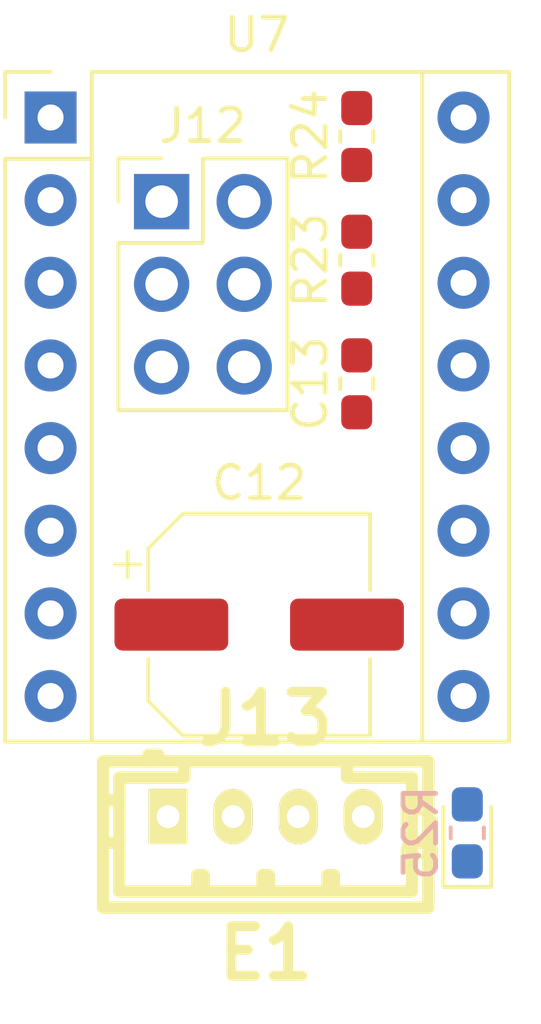
<source format=kicad_pcb>
(kicad_pcb (version 20171130) (host pcbnew 5.0.2-bee76a0~70~ubuntu18.04.1)

  (general
    (thickness 1.6)
    (drawings 0)
    (tracks 0)
    (zones 0)
    (modules 9)
    (nets 16)
  )

  (page A4)
  (layers
    (0 F.Cu signal)
    (31 B.Cu signal)
    (32 B.Adhes user)
    (33 F.Adhes user)
    (34 B.Paste user)
    (35 F.Paste user)
    (36 B.SilkS user)
    (37 F.SilkS user)
    (38 B.Mask user)
    (39 F.Mask user)
    (40 Dwgs.User user)
    (41 Cmts.User user)
    (42 Eco1.User user)
    (43 Eco2.User user)
    (44 Edge.Cuts user)
    (45 Margin user)
    (46 B.CrtYd user)
    (47 F.CrtYd user)
    (48 B.Fab user)
    (49 F.Fab user)
  )

  (setup
    (last_trace_width 0.25)
    (trace_clearance 0.2)
    (zone_clearance 0.508)
    (zone_45_only no)
    (trace_min 0.2)
    (segment_width 0.2)
    (edge_width 0.1)
    (via_size 0.8)
    (via_drill 0.4)
    (via_min_size 0.4)
    (via_min_drill 0.3)
    (uvia_size 0.3)
    (uvia_drill 0.1)
    (uvias_allowed no)
    (uvia_min_size 0.2)
    (uvia_min_drill 0.1)
    (pcb_text_width 0.3)
    (pcb_text_size 1.5 1.5)
    (mod_edge_width 0.15)
    (mod_text_size 1 1)
    (mod_text_width 0.15)
    (pad_size 1.5 1.5)
    (pad_drill 0.6)
    (pad_to_mask_clearance 0)
    (solder_mask_min_width 0.25)
    (aux_axis_origin 0 0)
    (visible_elements FFFFFF7F)
    (pcbplotparams
      (layerselection 0x010fc_ffffffff)
      (usegerberextensions false)
      (usegerberattributes false)
      (usegerberadvancedattributes false)
      (creategerberjobfile false)
      (excludeedgelayer true)
      (linewidth 0.100000)
      (plotframeref false)
      (viasonmask false)
      (mode 1)
      (useauxorigin false)
      (hpglpennumber 1)
      (hpglpenspeed 20)
      (hpglpendiameter 15.000000)
      (psnegative false)
      (psa4output false)
      (plotreference true)
      (plotvalue true)
      (plotinvisibletext false)
      (padsonsilk false)
      (subtractmaskfromsilk false)
      (outputformat 1)
      (mirror false)
      (drillshape 1)
      (scaleselection 1)
      (outputdirectory ""))
  )

  (net 0 "")
  (net 1 GND)
  (net 2 +12V)
  (net 3 "Net-(J13-Pad4)")
  (net 4 "Net-(J13-Pad2)")
  (net 5 "Net-(J13-Pad3)")
  (net 6 "Net-(J13-Pad1)")
  (net 7 "Net-(J12-Pad1)")
  (net 8 "Net-(J12-Pad3)")
  (net 9 "Net-(J12-Pad5)")
  (net 10 "Net-(U7-Pad5)")
  (net 11 "Net-(D7-Pad2)")
  (net 12 /~E1_EN~)
  (net 13 +3V3_STM32)
  (net 14 /E1_STEP)
  (net 15 /E1_DIR)

  (net_class Default "This is the default net class."
    (clearance 0.2)
    (trace_width 0.25)
    (via_dia 0.8)
    (via_drill 0.4)
    (uvia_dia 0.3)
    (uvia_drill 0.1)
    (add_net +12V)
    (add_net +3V3_STM32)
    (add_net /E1_DIR)
    (add_net /E1_STEP)
    (add_net /~E1_EN~)
    (add_net GND)
    (add_net "Net-(D7-Pad2)")
    (add_net "Net-(J12-Pad1)")
    (add_net "Net-(J12-Pad3)")
    (add_net "Net-(J12-Pad5)")
    (add_net "Net-(J13-Pad1)")
    (add_net "Net-(J13-Pad2)")
    (add_net "Net-(J13-Pad3)")
    (add_net "Net-(J13-Pad4)")
    (add_net "Net-(U7-Pad5)")
  )

  (module Capacitor_SMD:CP_Elec_6.3x7.7 (layer F.Cu) (tedit 5BCA39D0) (tstamp 5CCAAB7D)
    (at 9.8 18.6)
    (descr "SMD capacitor, aluminum electrolytic, Nichicon, 6.3x7.7mm")
    (tags "capacitor electrolytic")
    (path /5CC04D32)
    (attr smd)
    (fp_text reference C12 (at 0 -4.35) (layer F.SilkS)
      (effects (font (size 1 1) (thickness 0.15)))
    )
    (fp_text value CP100uf,25V (at 0 4.35) (layer F.Fab)
      (effects (font (size 1 1) (thickness 0.15)))
    )
    (fp_circle (center 0 0) (end 3.15 0) (layer F.Fab) (width 0.1))
    (fp_line (start 3.3 -3.3) (end 3.3 3.3) (layer F.Fab) (width 0.1))
    (fp_line (start -2.3 -3.3) (end 3.3 -3.3) (layer F.Fab) (width 0.1))
    (fp_line (start -2.3 3.3) (end 3.3 3.3) (layer F.Fab) (width 0.1))
    (fp_line (start -3.3 -2.3) (end -3.3 2.3) (layer F.Fab) (width 0.1))
    (fp_line (start -3.3 -2.3) (end -2.3 -3.3) (layer F.Fab) (width 0.1))
    (fp_line (start -3.3 2.3) (end -2.3 3.3) (layer F.Fab) (width 0.1))
    (fp_line (start -2.704838 -1.33) (end -2.074838 -1.33) (layer F.Fab) (width 0.1))
    (fp_line (start -2.389838 -1.645) (end -2.389838 -1.015) (layer F.Fab) (width 0.1))
    (fp_line (start 3.41 3.41) (end 3.41 1.06) (layer F.SilkS) (width 0.12))
    (fp_line (start 3.41 -3.41) (end 3.41 -1.06) (layer F.SilkS) (width 0.12))
    (fp_line (start -2.345563 -3.41) (end 3.41 -3.41) (layer F.SilkS) (width 0.12))
    (fp_line (start -2.345563 3.41) (end 3.41 3.41) (layer F.SilkS) (width 0.12))
    (fp_line (start -3.41 2.345563) (end -3.41 1.06) (layer F.SilkS) (width 0.12))
    (fp_line (start -3.41 -2.345563) (end -3.41 -1.06) (layer F.SilkS) (width 0.12))
    (fp_line (start -3.41 -2.345563) (end -2.345563 -3.41) (layer F.SilkS) (width 0.12))
    (fp_line (start -3.41 2.345563) (end -2.345563 3.41) (layer F.SilkS) (width 0.12))
    (fp_line (start -4.4375 -1.8475) (end -3.65 -1.8475) (layer F.SilkS) (width 0.12))
    (fp_line (start -4.04375 -2.24125) (end -4.04375 -1.45375) (layer F.SilkS) (width 0.12))
    (fp_line (start 3.55 -3.55) (end 3.55 -1.05) (layer F.CrtYd) (width 0.05))
    (fp_line (start 3.55 -1.05) (end 4.7 -1.05) (layer F.CrtYd) (width 0.05))
    (fp_line (start 4.7 -1.05) (end 4.7 1.05) (layer F.CrtYd) (width 0.05))
    (fp_line (start 4.7 1.05) (end 3.55 1.05) (layer F.CrtYd) (width 0.05))
    (fp_line (start 3.55 1.05) (end 3.55 3.55) (layer F.CrtYd) (width 0.05))
    (fp_line (start -2.4 3.55) (end 3.55 3.55) (layer F.CrtYd) (width 0.05))
    (fp_line (start -2.4 -3.55) (end 3.55 -3.55) (layer F.CrtYd) (width 0.05))
    (fp_line (start -3.55 2.4) (end -2.4 3.55) (layer F.CrtYd) (width 0.05))
    (fp_line (start -3.55 -2.4) (end -2.4 -3.55) (layer F.CrtYd) (width 0.05))
    (fp_line (start -3.55 -2.4) (end -3.55 -1.05) (layer F.CrtYd) (width 0.05))
    (fp_line (start -3.55 1.05) (end -3.55 2.4) (layer F.CrtYd) (width 0.05))
    (fp_line (start -3.55 -1.05) (end -4.7 -1.05) (layer F.CrtYd) (width 0.05))
    (fp_line (start -4.7 -1.05) (end -4.7 1.05) (layer F.CrtYd) (width 0.05))
    (fp_line (start -4.7 1.05) (end -3.55 1.05) (layer F.CrtYd) (width 0.05))
    (fp_text user %R (at 0 0) (layer F.Fab)
      (effects (font (size 1 1) (thickness 0.15)))
    )
    (pad 1 smd roundrect (at -2.7 0) (size 3.5 1.6) (layers F.Cu F.Paste F.Mask) (roundrect_rratio 0.15625)
      (net 2 +12V))
    (pad 2 smd roundrect (at 2.7 0) (size 3.5 1.6) (layers F.Cu F.Paste F.Mask) (roundrect_rratio 0.15625)
      (net 1 GND))
    (model ${KISYS3DMOD}/Capacitor_SMD.3dshapes/CP_Elec_6.3x7.7.wrl
      (at (xyz 0 0 0))
      (scale (xyz 1 1 1))
      (rotate (xyz 0 0 0))
    )
  )

  (module Capacitor_SMD:C_0603_1608Metric_Pad1.05x0.95mm_HandSolder (layer F.Cu) (tedit 5B301BBE) (tstamp 5CCAA900)
    (at 12.8 11.2 90)
    (descr "Capacitor SMD 0603 (1608 Metric), square (rectangular) end terminal, IPC_7351 nominal with elongated pad for handsoldering. (Body size source: http://www.tortai-tech.com/upload/download/2011102023233369053.pdf), generated with kicad-footprint-generator")
    (tags "capacitor handsolder")
    (path /5CC40A89)
    (attr smd)
    (fp_text reference C13 (at 0 -1.43 90) (layer F.SilkS)
      (effects (font (size 1 1) (thickness 0.15)))
    )
    (fp_text value C104,0603 (at 0 1.43 90) (layer F.Fab)
      (effects (font (size 1 1) (thickness 0.15)))
    )
    (fp_text user %R (at 0 0 90) (layer F.Fab)
      (effects (font (size 0.4 0.4) (thickness 0.06)))
    )
    (fp_line (start 1.65 0.73) (end -1.65 0.73) (layer F.CrtYd) (width 0.05))
    (fp_line (start 1.65 -0.73) (end 1.65 0.73) (layer F.CrtYd) (width 0.05))
    (fp_line (start -1.65 -0.73) (end 1.65 -0.73) (layer F.CrtYd) (width 0.05))
    (fp_line (start -1.65 0.73) (end -1.65 -0.73) (layer F.CrtYd) (width 0.05))
    (fp_line (start -0.171267 0.51) (end 0.171267 0.51) (layer F.SilkS) (width 0.12))
    (fp_line (start -0.171267 -0.51) (end 0.171267 -0.51) (layer F.SilkS) (width 0.12))
    (fp_line (start 0.8 0.4) (end -0.8 0.4) (layer F.Fab) (width 0.1))
    (fp_line (start 0.8 -0.4) (end 0.8 0.4) (layer F.Fab) (width 0.1))
    (fp_line (start -0.8 -0.4) (end 0.8 -0.4) (layer F.Fab) (width 0.1))
    (fp_line (start -0.8 0.4) (end -0.8 -0.4) (layer F.Fab) (width 0.1))
    (pad 2 smd roundrect (at 0.875 0 90) (size 1.05 0.95) (layers F.Cu F.Paste F.Mask) (roundrect_rratio 0.25)
      (net 13 +3V3_STM32))
    (pad 1 smd roundrect (at -0.875 0 90) (size 1.05 0.95) (layers F.Cu F.Paste F.Mask) (roundrect_rratio 0.25)
      (net 1 GND))
    (model ${KISYS3DMOD}/Capacitor_SMD.3dshapes/C_0603_1608Metric.wrl
      (at (xyz 0 0 0))
      (scale (xyz 1 1 1))
      (rotate (xyz 0 0 0))
    )
  )

  (module Connector_PinHeader_2.54mm:PinHeader_2x03_P2.54mm_Vertical (layer F.Cu) (tedit 59FED5CC) (tstamp 5CCAA698)
    (at 6.8 5.6)
    (descr "Through hole straight pin header, 2x03, 2.54mm pitch, double rows")
    (tags "Through hole pin header THT 2x03 2.54mm double row")
    (path /5CC04CDE)
    (fp_text reference J12 (at 1.27 -2.33) (layer F.SilkS)
      (effects (font (size 1 1) (thickness 0.15)))
    )
    (fp_text value MS_SELECT (at 1.27 7.41) (layer F.Fab)
      (effects (font (size 1 1) (thickness 0.15)))
    )
    (fp_line (start 0 -1.27) (end 3.81 -1.27) (layer F.Fab) (width 0.1))
    (fp_line (start 3.81 -1.27) (end 3.81 6.35) (layer F.Fab) (width 0.1))
    (fp_line (start 3.81 6.35) (end -1.27 6.35) (layer F.Fab) (width 0.1))
    (fp_line (start -1.27 6.35) (end -1.27 0) (layer F.Fab) (width 0.1))
    (fp_line (start -1.27 0) (end 0 -1.27) (layer F.Fab) (width 0.1))
    (fp_line (start -1.33 6.41) (end 3.87 6.41) (layer F.SilkS) (width 0.12))
    (fp_line (start -1.33 1.27) (end -1.33 6.41) (layer F.SilkS) (width 0.12))
    (fp_line (start 3.87 -1.33) (end 3.87 6.41) (layer F.SilkS) (width 0.12))
    (fp_line (start -1.33 1.27) (end 1.27 1.27) (layer F.SilkS) (width 0.12))
    (fp_line (start 1.27 1.27) (end 1.27 -1.33) (layer F.SilkS) (width 0.12))
    (fp_line (start 1.27 -1.33) (end 3.87 -1.33) (layer F.SilkS) (width 0.12))
    (fp_line (start -1.33 0) (end -1.33 -1.33) (layer F.SilkS) (width 0.12))
    (fp_line (start -1.33 -1.33) (end 0 -1.33) (layer F.SilkS) (width 0.12))
    (fp_line (start -1.8 -1.8) (end -1.8 6.85) (layer F.CrtYd) (width 0.05))
    (fp_line (start -1.8 6.85) (end 4.35 6.85) (layer F.CrtYd) (width 0.05))
    (fp_line (start 4.35 6.85) (end 4.35 -1.8) (layer F.CrtYd) (width 0.05))
    (fp_line (start 4.35 -1.8) (end -1.8 -1.8) (layer F.CrtYd) (width 0.05))
    (fp_text user %R (at 1.27 2.54 90) (layer F.Fab)
      (effects (font (size 1 1) (thickness 0.15)))
    )
    (pad 1 thru_hole rect (at 0 0) (size 1.7 1.7) (drill 1) (layers *.Cu *.Mask)
      (net 7 "Net-(J12-Pad1)"))
    (pad 2 thru_hole oval (at 2.54 0) (size 1.7 1.7) (drill 1) (layers *.Cu *.Mask)
      (net 13 +3V3_STM32))
    (pad 3 thru_hole oval (at 0 2.54) (size 1.7 1.7) (drill 1) (layers *.Cu *.Mask)
      (net 8 "Net-(J12-Pad3)"))
    (pad 4 thru_hole oval (at 2.54 2.54) (size 1.7 1.7) (drill 1) (layers *.Cu *.Mask)
      (net 13 +3V3_STM32))
    (pad 5 thru_hole oval (at 0 5.08) (size 1.7 1.7) (drill 1) (layers *.Cu *.Mask)
      (net 9 "Net-(J12-Pad5)"))
    (pad 6 thru_hole oval (at 2.54 5.08) (size 1.7 1.7) (drill 1) (layers *.Cu *.Mask)
      (net 13 +3V3_STM32))
    (model ${KISYS3DMOD}/Connector_PinHeader_2.54mm.3dshapes/PinHeader_2x03_P2.54mm_Vertical.wrl
      (at (xyz 0 0 0))
      (scale (xyz 1 1 1))
      (rotate (xyz 0 0 0))
    )
  )

  (module LED_SMD:LED_0603_1608Metric_Pad1.05x0.95mm_HandSolder (layer F.Cu) (tedit 5B4B45C9) (tstamp 5CCAA3F6)
    (at 16.2 25 90)
    (descr "LED SMD 0603 (1608 Metric), square (rectangular) end terminal, IPC_7351 nominal, (Body size source: http://www.tortai-tech.com/upload/download/2011102023233369053.pdf), generated with kicad-footprint-generator")
    (tags "LED handsolder")
    (path /5CC5529D)
    (attr smd)
    (fp_text reference D7 (at 0 -1.43 90) (layer F.SilkS)
      (effects (font (size 1 1) (thickness 0.15)))
    )
    (fp_text value LED_BLUE,0603 (at 0 1.43 90) (layer F.Fab)
      (effects (font (size 1 1) (thickness 0.15)))
    )
    (fp_line (start 0.8 -0.4) (end -0.5 -0.4) (layer F.Fab) (width 0.1))
    (fp_line (start -0.5 -0.4) (end -0.8 -0.1) (layer F.Fab) (width 0.1))
    (fp_line (start -0.8 -0.1) (end -0.8 0.4) (layer F.Fab) (width 0.1))
    (fp_line (start -0.8 0.4) (end 0.8 0.4) (layer F.Fab) (width 0.1))
    (fp_line (start 0.8 0.4) (end 0.8 -0.4) (layer F.Fab) (width 0.1))
    (fp_line (start 0.8 -0.735) (end -1.66 -0.735) (layer F.SilkS) (width 0.12))
    (fp_line (start -1.66 -0.735) (end -1.66 0.735) (layer F.SilkS) (width 0.12))
    (fp_line (start -1.66 0.735) (end 0.8 0.735) (layer F.SilkS) (width 0.12))
    (fp_line (start -1.65 0.73) (end -1.65 -0.73) (layer F.CrtYd) (width 0.05))
    (fp_line (start -1.65 -0.73) (end 1.65 -0.73) (layer F.CrtYd) (width 0.05))
    (fp_line (start 1.65 -0.73) (end 1.65 0.73) (layer F.CrtYd) (width 0.05))
    (fp_line (start 1.65 0.73) (end -1.65 0.73) (layer F.CrtYd) (width 0.05))
    (fp_text user %R (at 0 0 90) (layer F.Fab)
      (effects (font (size 0.4 0.4) (thickness 0.06)))
    )
    (pad 1 smd roundrect (at -0.875 0 90) (size 1.05 0.95) (layers F.Cu F.Paste F.Mask) (roundrect_rratio 0.25)
      (net 12 /~E1_EN~))
    (pad 2 smd roundrect (at 0.875 0 90) (size 1.05 0.95) (layers F.Cu F.Paste F.Mask) (roundrect_rratio 0.25)
      (net 11 "Net-(D7-Pad2)"))
    (model ${KISYS3DMOD}/LED_SMD.3dshapes/LED_0603_1608Metric.wrl
      (at (xyz 0 0 0))
      (scale (xyz 1 1 1))
      (rotate (xyz 0 0 0))
    )
  )

  (module Resistor_SMD:R_0603_1608Metric_Pad1.05x0.95mm_HandSolder (layer B.Cu) (tedit 5B301BBD) (tstamp 5CCAA389)
    (at 16.2 25 270)
    (descr "Resistor SMD 0603 (1608 Metric), square (rectangular) end terminal, IPC_7351 nominal with elongated pad for handsoldering. (Body size source: http://www.tortai-tech.com/upload/download/2011102023233369053.pdf), generated with kicad-footprint-generator")
    (tags "resistor handsolder")
    (path /5CC55288)
    (attr smd)
    (fp_text reference R25 (at 0 1.43 270) (layer B.SilkS)
      (effects (font (size 1 1) (thickness 0.15)) (justify mirror))
    )
    (fp_text value R103,0603 (at 0 -1.43 270) (layer B.Fab)
      (effects (font (size 1 1) (thickness 0.15)) (justify mirror))
    )
    (fp_text user %R (at 0 0 270) (layer B.Fab)
      (effects (font (size 0.4 0.4) (thickness 0.06)) (justify mirror))
    )
    (fp_line (start 1.65 -0.73) (end -1.65 -0.73) (layer B.CrtYd) (width 0.05))
    (fp_line (start 1.65 0.73) (end 1.65 -0.73) (layer B.CrtYd) (width 0.05))
    (fp_line (start -1.65 0.73) (end 1.65 0.73) (layer B.CrtYd) (width 0.05))
    (fp_line (start -1.65 -0.73) (end -1.65 0.73) (layer B.CrtYd) (width 0.05))
    (fp_line (start -0.171267 -0.51) (end 0.171267 -0.51) (layer B.SilkS) (width 0.12))
    (fp_line (start -0.171267 0.51) (end 0.171267 0.51) (layer B.SilkS) (width 0.12))
    (fp_line (start 0.8 -0.4) (end -0.8 -0.4) (layer B.Fab) (width 0.1))
    (fp_line (start 0.8 0.4) (end 0.8 -0.4) (layer B.Fab) (width 0.1))
    (fp_line (start -0.8 0.4) (end 0.8 0.4) (layer B.Fab) (width 0.1))
    (fp_line (start -0.8 -0.4) (end -0.8 0.4) (layer B.Fab) (width 0.1))
    (pad 2 smd roundrect (at 0.875 0 270) (size 1.05 0.95) (layers B.Cu B.Paste B.Mask) (roundrect_rratio 0.25)
      (net 12 /~E1_EN~))
    (pad 1 smd roundrect (at -0.875 0 270) (size 1.05 0.95) (layers B.Cu B.Paste B.Mask) (roundrect_rratio 0.25)
      (net 13 +3V3_STM32))
    (model ${KISYS3DMOD}/Resistor_SMD.3dshapes/R_0603_1608Metric.wrl
      (at (xyz 0 0 0))
      (scale (xyz 1 1 1))
      (rotate (xyz 0 0 0))
    )
  )

  (module Resistor_SMD:R_0603_1608Metric_Pad1.05x0.95mm_HandSolder (layer F.Cu) (tedit 5B301BBD) (tstamp 5CCAA1AD)
    (at 12.8 3.6 90)
    (descr "Resistor SMD 0603 (1608 Metric), square (rectangular) end terminal, IPC_7351 nominal with elongated pad for handsoldering. (Body size source: http://www.tortai-tech.com/upload/download/2011102023233369053.pdf), generated with kicad-footprint-generator")
    (tags "resistor handsolder")
    (path /5CC55296)
    (attr smd)
    (fp_text reference R24 (at 0 -1.43 90) (layer F.SilkS)
      (effects (font (size 1 1) (thickness 0.15)))
    )
    (fp_text value R102,0603 (at 0 1.43 90) (layer F.Fab)
      (effects (font (size 1 1) (thickness 0.15)))
    )
    (fp_text user %R (at 0 0 90) (layer F.Fab)
      (effects (font (size 0.4 0.4) (thickness 0.06)))
    )
    (fp_line (start 1.65 0.73) (end -1.65 0.73) (layer F.CrtYd) (width 0.05))
    (fp_line (start 1.65 -0.73) (end 1.65 0.73) (layer F.CrtYd) (width 0.05))
    (fp_line (start -1.65 -0.73) (end 1.65 -0.73) (layer F.CrtYd) (width 0.05))
    (fp_line (start -1.65 0.73) (end -1.65 -0.73) (layer F.CrtYd) (width 0.05))
    (fp_line (start -0.171267 0.51) (end 0.171267 0.51) (layer F.SilkS) (width 0.12))
    (fp_line (start -0.171267 -0.51) (end 0.171267 -0.51) (layer F.SilkS) (width 0.12))
    (fp_line (start 0.8 0.4) (end -0.8 0.4) (layer F.Fab) (width 0.1))
    (fp_line (start 0.8 -0.4) (end 0.8 0.4) (layer F.Fab) (width 0.1))
    (fp_line (start -0.8 -0.4) (end 0.8 -0.4) (layer F.Fab) (width 0.1))
    (fp_line (start -0.8 0.4) (end -0.8 -0.4) (layer F.Fab) (width 0.1))
    (pad 2 smd roundrect (at 0.875 0 90) (size 1.05 0.95) (layers F.Cu F.Paste F.Mask) (roundrect_rratio 0.25)
      (net 11 "Net-(D7-Pad2)"))
    (pad 1 smd roundrect (at -0.875 0 90) (size 1.05 0.95) (layers F.Cu F.Paste F.Mask) (roundrect_rratio 0.25)
      (net 13 +3V3_STM32))
    (model ${KISYS3DMOD}/Resistor_SMD.3dshapes/R_0603_1608Metric.wrl
      (at (xyz 0 0 0))
      (scale (xyz 1 1 1))
      (rotate (xyz 0 0 0))
    )
  )

  (module Resistor_SMD:R_0603_1608Metric_Pad1.05x0.95mm_HandSolder (layer F.Cu) (tedit 5B301BBD) (tstamp 5CCAA17A)
    (at 12.8 7.4 90)
    (descr "Resistor SMD 0603 (1608 Metric), square (rectangular) end terminal, IPC_7351 nominal with elongated pad for handsoldering. (Body size source: http://www.tortai-tech.com/upload/download/2011102023233369053.pdf), generated with kicad-footprint-generator")
    (tags "resistor handsolder")
    (path /5CC04CD3)
    (attr smd)
    (fp_text reference R23 (at 0 -1.43 90) (layer F.SilkS)
      (effects (font (size 1 1) (thickness 0.15)))
    )
    (fp_text value R104,0603 (at 0 1.43 90) (layer F.Fab)
      (effects (font (size 1 1) (thickness 0.15)))
    )
    (fp_line (start -0.8 0.4) (end -0.8 -0.4) (layer F.Fab) (width 0.1))
    (fp_line (start -0.8 -0.4) (end 0.8 -0.4) (layer F.Fab) (width 0.1))
    (fp_line (start 0.8 -0.4) (end 0.8 0.4) (layer F.Fab) (width 0.1))
    (fp_line (start 0.8 0.4) (end -0.8 0.4) (layer F.Fab) (width 0.1))
    (fp_line (start -0.171267 -0.51) (end 0.171267 -0.51) (layer F.SilkS) (width 0.12))
    (fp_line (start -0.171267 0.51) (end 0.171267 0.51) (layer F.SilkS) (width 0.12))
    (fp_line (start -1.65 0.73) (end -1.65 -0.73) (layer F.CrtYd) (width 0.05))
    (fp_line (start -1.65 -0.73) (end 1.65 -0.73) (layer F.CrtYd) (width 0.05))
    (fp_line (start 1.65 -0.73) (end 1.65 0.73) (layer F.CrtYd) (width 0.05))
    (fp_line (start 1.65 0.73) (end -1.65 0.73) (layer F.CrtYd) (width 0.05))
    (fp_text user %R (at 0 0 90) (layer F.Fab)
      (effects (font (size 0.4 0.4) (thickness 0.06)))
    )
    (pad 1 smd roundrect (at -0.875 0 90) (size 1.05 0.95) (layers F.Cu F.Paste F.Mask) (roundrect_rratio 0.25)
      (net 1 GND))
    (pad 2 smd roundrect (at 0.875 0 90) (size 1.05 0.95) (layers F.Cu F.Paste F.Mask) (roundrect_rratio 0.25)
      (net 7 "Net-(J12-Pad1)"))
    (model ${KISYS3DMOD}/Resistor_SMD.3dshapes/R_0603_1608Metric.wrl
      (at (xyz 0 0 0))
      (scale (xyz 1 1 1))
      (rotate (xyz 0 0 0))
    )
  )

  (module footprint-lib:Pololu_Breakout-16_15.2x20.3mm (layer F.Cu) (tedit 5BFD989B) (tstamp 5CCA9DE3)
    (at 3.385001 3.015001)
    (descr "Pololu Breakout 16-pin 15.2x20.3mm 0.6x0.8\\")
    (tags "Pololu Breakout")
    (path /5CC04CC3)
    (fp_text reference U7 (at 6.35 -2.54) (layer F.SilkS)
      (effects (font (size 1 1) (thickness 0.15)))
    )
    (fp_text value A4988_MODULE (at 6.35 20.17) (layer F.Fab)
      (effects (font (size 1 1) (thickness 0.15)))
    )
    (fp_text user %R (at 6.35 0) (layer F.Fab)
      (effects (font (size 1 1) (thickness 0.15)))
    )
    (fp_line (start 11.43 -1.4) (end 11.43 19.18) (layer F.SilkS) (width 0.12))
    (fp_line (start 1.27 1.27) (end 1.27 19.18) (layer F.SilkS) (width 0.12))
    (fp_line (start 0 -1.4) (end -1.4 -1.4) (layer F.SilkS) (width 0.12))
    (fp_line (start -1.4 -1.4) (end -1.4 0) (layer F.SilkS) (width 0.12))
    (fp_line (start 1.27 -1.4) (end 1.27 1.27) (layer F.SilkS) (width 0.12))
    (fp_line (start 1.27 1.27) (end -1.4 1.27) (layer F.SilkS) (width 0.12))
    (fp_line (start -1.4 1.27) (end -1.4 19.18) (layer F.SilkS) (width 0.12))
    (fp_line (start -1.4 19.18) (end 14.1 19.18) (layer F.SilkS) (width 0.12))
    (fp_line (start 14.1 19.18) (end 14.1 -1.4) (layer F.SilkS) (width 0.12))
    (fp_line (start 14.1 -1.4) (end 1.27 -1.4) (layer F.SilkS) (width 0.12))
    (fp_line (start -1.27 0) (end 0 -1.27) (layer F.Fab) (width 0.1))
    (fp_line (start 0 -1.27) (end 13.97 -1.27) (layer F.Fab) (width 0.1))
    (fp_line (start 13.97 -1.27) (end 13.97 19.05) (layer F.Fab) (width 0.1))
    (fp_line (start 13.97 19.05) (end -1.27 19.05) (layer F.Fab) (width 0.1))
    (fp_line (start -1.27 19.05) (end -1.27 0) (layer F.Fab) (width 0.1))
    (fp_line (start -1.53 -1.52) (end 14.21 -1.52) (layer F.CrtYd) (width 0.05))
    (fp_line (start -1.53 -1.52) (end -1.53 19.3) (layer F.CrtYd) (width 0.05))
    (fp_line (start 14.21 19.3) (end 14.21 -1.52) (layer F.CrtYd) (width 0.05))
    (fp_line (start 14.21 19.3) (end -1.53 19.3) (layer F.CrtYd) (width 0.05))
    (pad 1 thru_hole rect (at 0 0) (size 1.6 1.6) (drill 0.8) (layers *.Cu *.Mask)
      (net 12 /~E1_EN~))
    (pad 9 thru_hole oval (at 12.7 17.78) (size 1.6 1.6) (drill 0.8) (layers *.Cu *.Mask)
      (net 1 GND))
    (pad 2 thru_hole oval (at 0 2.54) (size 1.6 1.6) (drill 0.8) (layers *.Cu *.Mask)
      (net 7 "Net-(J12-Pad1)"))
    (pad 10 thru_hole oval (at 12.7 15.24) (size 1.6 1.6) (drill 0.8) (layers *.Cu *.Mask)
      (net 13 +3V3_STM32))
    (pad 3 thru_hole oval (at 0 5.08) (size 1.6 1.6) (drill 0.8) (layers *.Cu *.Mask)
      (net 8 "Net-(J12-Pad3)"))
    (pad 11 thru_hole oval (at 12.7 12.7) (size 1.6 1.6) (drill 0.8) (layers *.Cu *.Mask)
      (net 3 "Net-(J13-Pad4)"))
    (pad 4 thru_hole oval (at 0 7.62) (size 1.6 1.6) (drill 0.8) (layers *.Cu *.Mask)
      (net 9 "Net-(J12-Pad5)"))
    (pad 12 thru_hole oval (at 12.7 10.16) (size 1.6 1.6) (drill 0.8) (layers *.Cu *.Mask)
      (net 5 "Net-(J13-Pad3)"))
    (pad 5 thru_hole oval (at 0 10.16) (size 1.6 1.6) (drill 0.8) (layers *.Cu *.Mask)
      (net 10 "Net-(U7-Pad5)"))
    (pad 13 thru_hole oval (at 12.7 7.62) (size 1.6 1.6) (drill 0.8) (layers *.Cu *.Mask)
      (net 4 "Net-(J13-Pad2)"))
    (pad 6 thru_hole oval (at 0 12.7) (size 1.6 1.6) (drill 0.8) (layers *.Cu *.Mask)
      (net 10 "Net-(U7-Pad5)"))
    (pad 14 thru_hole oval (at 12.7 5.08) (size 1.6 1.6) (drill 0.8) (layers *.Cu *.Mask)
      (net 6 "Net-(J13-Pad1)"))
    (pad 7 thru_hole oval (at 0 15.24) (size 1.6 1.6) (drill 0.8) (layers *.Cu *.Mask)
      (net 14 /E1_STEP))
    (pad 15 thru_hole oval (at 12.7 2.54) (size 1.6 1.6) (drill 0.8) (layers *.Cu *.Mask)
      (net 1 GND))
    (pad 8 thru_hole oval (at 0 17.78) (size 1.6 1.6) (drill 0.8) (layers *.Cu *.Mask)
      (net 15 /E1_DIR))
    (pad 16 thru_hole oval (at 12.7 0) (size 1.6 1.6) (drill 0.8) (layers *.Cu *.Mask)
      (net 2 +12V))
    (model ${KISYS3DMOD}/Module.3dshapes/Pololu_Breakout-16_15.2x20.3mm.wrl
      (at (xyz 0 0 0))
      (scale (xyz 1 1 1))
      (rotate (xyz 0 0 0))
    )
    (model /home/logic/_workspace/kicad/kicad_library/kicad-packages3d/3d_con_pcb/conF_08.wrl
      (offset (xyz 0 -9 -0.5))
      (scale (xyz 1 1 1))
      (rotate (xyz 0 0 90))
    )
    (model /home/logic/_workspace/kicad/kicad_library/kicad-packages3d/3d_con_pcb/conF_08.wrl
      (offset (xyz 12.5 -9 -0.5))
      (scale (xyz 1 1 1))
      (rotate (xyz 0 0 90))
    )
    (model "/home/logic/_workspace/kicad/kicad_library/kicad-packages3d/A4988 one body.step"
      (offset (xyz 6.5 -9 10.5))
      (scale (xyz 1 1 1))
      (rotate (xyz 0 0 0))
    )
  )

  (module footprint-lib:b4b-ph-kl,stepper_terminal (layer F.Cu) (tedit 0) (tstamp 5CCA9A8C)
    (at 10 24.5)
    (descr "JST PH series connector, B4B-PH-KL")
    (path /5CC04CFB)
    (fp_text reference J13 (at 0 -2.99974) (layer F.SilkS)
      (effects (font (size 1.524 1.524) (thickness 0.3048)))
    )
    (fp_text value E1 (at 0 4.20116) (layer F.SilkS)
      (effects (font (size 1.524 1.524) (thickness 0.3048)))
    )
    (fp_line (start -3.60172 -1.89992) (end -3.60172 -1.69926) (layer F.SilkS) (width 0.381))
    (fp_line (start -3.302 -1.89992) (end -3.60172 -1.89992) (layer F.SilkS) (width 0.381))
    (fp_line (start -3.302 -1.69926) (end -3.302 -1.89992) (layer F.SilkS) (width 0.381))
    (fp_line (start 5.00126 -1.69926) (end 5.00126 2.79908) (layer F.SilkS) (width 0.381))
    (fp_line (start -5.00126 -1.69926) (end -5.00126 2.79908) (layer F.SilkS) (width 0.381))
    (fp_line (start 2.5019 -1.19888) (end 2.5019 -1.69926) (layer F.SilkS) (width 0.381))
    (fp_line (start 4.50088 -1.19888) (end 2.5019 -1.19888) (layer F.SilkS) (width 0.381))
    (fp_line (start 4.50088 2.30124) (end 4.50088 -1.19888) (layer F.SilkS) (width 0.381))
    (fp_line (start -4.50088 -1.19888) (end -4.50088 2.30124) (layer F.SilkS) (width 0.381))
    (fp_line (start -2.5019 -1.19888) (end -4.50088 -1.19888) (layer F.SilkS) (width 0.381))
    (fp_line (start -2.5019 -1.69926) (end -2.5019 -1.19888) (layer F.SilkS) (width 0.381))
    (fp_line (start -4.50088 -0.50038) (end -5.00126 -0.50038) (layer F.SilkS) (width 0.381))
    (fp_line (start -4.50088 0.8001) (end -5.00126 0.8001) (layer F.SilkS) (width 0.381))
    (fp_line (start 4.50088 0.8001) (end 5.00126 0.8001) (layer F.SilkS) (width 0.381))
    (fp_line (start 5.00126 -0.50038) (end 4.50088 -0.50038) (layer F.SilkS) (width 0.381))
    (fp_line (start 2.09804 1.80086) (end 2.09804 2.30124) (layer F.SilkS) (width 0.381))
    (fp_line (start 1.89992 1.80086) (end 2.09804 1.80086) (layer F.SilkS) (width 0.381))
    (fp_line (start 1.89992 2.30124) (end 1.89992 1.80086) (layer F.SilkS) (width 0.381))
    (fp_line (start -2.10058 2.30124) (end -2.10058 1.80086) (layer F.SilkS) (width 0.381))
    (fp_line (start -2.10058 1.80086) (end -1.90246 1.80086) (layer F.SilkS) (width 0.381))
    (fp_line (start -1.90246 1.80086) (end -1.90246 2.30124) (layer F.SilkS) (width 0.381))
    (fp_line (start -5.00126 -1.69926) (end 5.00126 -1.69926) (layer F.SilkS) (width 0.381))
    (fp_line (start 4.50088 2.30124) (end -4.50088 2.30124) (layer F.SilkS) (width 0.381))
    (fp_line (start -5.00126 2.79908) (end 5.00126 2.79908) (layer F.SilkS) (width 0.381))
    (fp_line (start -0.09906 2.30124) (end -0.09906 1.80086) (layer F.SilkS) (width 0.381))
    (fp_line (start -0.09906 1.80086) (end 0.09906 1.80086) (layer F.SilkS) (width 0.381))
    (fp_line (start 0.09906 1.80086) (end 0.09906 2.30124) (layer F.SilkS) (width 0.381))
    (pad 4 thru_hole oval (at 2.99974 0) (size 1.19888 1.69926) (drill 0.70104) (layers *.Cu *.Mask F.SilkS)
      (net 3 "Net-(J13-Pad4)"))
    (pad 2 thru_hole oval (at -1.00076 0) (size 1.19888 1.69926) (drill 0.70104) (layers *.Cu *.Mask F.SilkS)
      (net 4 "Net-(J13-Pad2)"))
    (pad 3 thru_hole oval (at 1.00076 0) (size 1.19888 1.69926) (drill 0.70104) (layers *.Cu *.Mask F.SilkS)
      (net 5 "Net-(J13-Pad3)"))
    (pad 1 thru_hole rect (at -3.00228 0) (size 1.19888 1.69926) (drill 0.70104) (layers *.Cu *.Mask F.SilkS)
      (net 6 "Net-(J13-Pad1)"))
    (model ${HOME}/_workspace/kicad/kicad_library/smisioto-footprints/modules/packages3d/walter/conn_jst-ph/b4b-ph-kl.wrl
      (at (xyz 0 0 0))
      (scale (xyz 1 1 1))
      (rotate (xyz 0 0 0))
    )
  )

)

</source>
